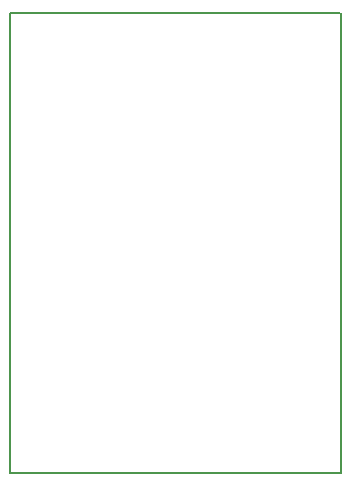
<source format=gm1>
G04*
G04 #@! TF.GenerationSoftware,Altium Limited,Altium Designer,20.1.10 (176)*
G04*
G04 Layer_Color=16711935*
%FSLAX25Y25*%
%MOIN*%
G70*
G04*
G04 #@! TF.SameCoordinates,6CBB9ED5-C892-48F8-8F6F-D4B66391D099*
G04*
G04*
G04 #@! TF.FilePolarity,Positive*
G04*
G01*
G75*
%ADD27C,0.00787*%
D27*
X-110500Y153543D02*
X-264D01*
X-110500Y0D02*
Y153543D01*
X0Y0D02*
Y153543D01*
X-110500Y0D02*
X-264D01*
M02*

</source>
